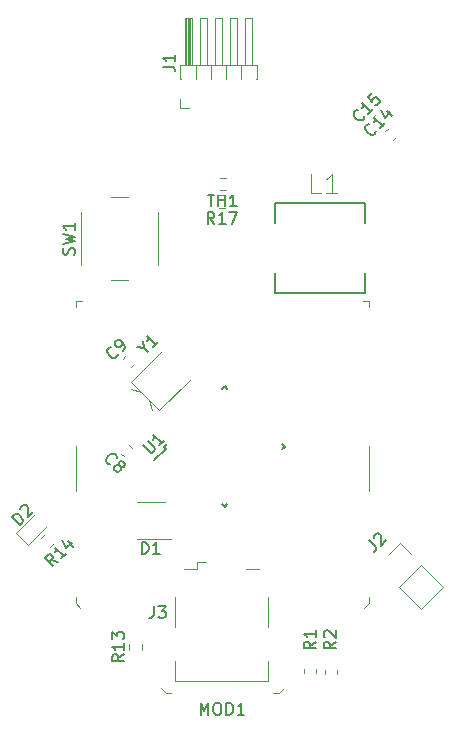
<source format=gto>
%TF.GenerationSoftware,KiCad,Pcbnew,5.1.7*%
%TF.CreationDate,2020-10-05T22:02:55-05:00*%
%TF.ProjectId,ARC-Boat0,4152432d-426f-4617-9430-2e6b69636164,rev?*%
%TF.SameCoordinates,Original*%
%TF.FileFunction,Legend,Top*%
%TF.FilePolarity,Positive*%
%FSLAX46Y46*%
G04 Gerber Fmt 4.6, Leading zero omitted, Abs format (unit mm)*
G04 Created by KiCad (PCBNEW 5.1.7) date 2020-10-05 22:02:55*
%MOMM*%
%LPD*%
G01*
G04 APERTURE LIST*
%ADD10C,0.150000*%
%ADD11C,0.120000*%
%ADD12C,0.152400*%
%ADD13C,0.100000*%
%ADD14C,0.015000*%
G04 APERTURE END LIST*
D10*
%TO.C,U1*%
X117623476Y-71250000D02*
X117782575Y-71409099D01*
X122750000Y-66123476D02*
X122979810Y-66353286D01*
X127876524Y-71250000D02*
X127646714Y-71020190D01*
X122750000Y-76376524D02*
X122520190Y-76146714D01*
X117623476Y-71250000D02*
X117853286Y-71020190D01*
X122750000Y-76376524D02*
X122979810Y-76146714D01*
X127876524Y-71250000D02*
X127646714Y-71479810D01*
X122750000Y-66123476D02*
X122520190Y-66353286D01*
X117782575Y-71409099D02*
X116774948Y-72416726D01*
D11*
%TO.C,SW1*%
X114600000Y-50150000D02*
X113100000Y-50150000D01*
X110600000Y-51400000D02*
X110600000Y-55900000D01*
X113100000Y-57150000D02*
X114600000Y-57150000D01*
X117100000Y-55900000D02*
X117100000Y-51400000D01*
%TO.C,R14*%
X107573303Y-78662770D02*
X107237770Y-78998303D01*
X108312230Y-79401697D02*
X107976697Y-79737230D01*
%TO.C,Y1*%
X119833452Y-65570711D02*
X117217157Y-68187006D01*
X117217157Y-68187006D02*
X114812994Y-65782843D01*
X114812994Y-65782843D02*
X117429289Y-63166548D01*
X116368629Y-67338478D02*
X116630259Y-68165793D01*
X116630259Y-68165793D02*
X116630259Y-68165793D01*
X115661522Y-66631371D02*
X114834207Y-66369741D01*
X114834207Y-66369741D02*
X114834207Y-66369741D01*
%TO.C,TH1*%
X122837258Y-49547500D02*
X122362742Y-49547500D01*
X122837258Y-48502500D02*
X122362742Y-48502500D01*
%TO.C,R17*%
X122762258Y-51022500D02*
X122287742Y-51022500D01*
X122762258Y-49977500D02*
X122287742Y-49977500D01*
%TO.C,R13*%
X114677500Y-88437258D02*
X114677500Y-87962742D01*
X115722500Y-88437258D02*
X115722500Y-87962742D01*
%TO.C,D2*%
X106695962Y-76964591D02*
X105080223Y-78580330D01*
X105080223Y-78580330D02*
X106119670Y-79619777D01*
X106119670Y-79619777D02*
X107735409Y-78004038D01*
%TO.C,D1*%
X117700000Y-75950000D02*
X115300000Y-75950000D01*
X115300000Y-79050000D02*
X118250000Y-79050000D01*
D12*
%TO.C,L1*%
X134610000Y-52342200D02*
X134610000Y-50615000D01*
X126990000Y-56507800D02*
X126990000Y-58235000D01*
X126990000Y-58235000D02*
X134610000Y-58235000D01*
X134610000Y-58235000D02*
X134610000Y-56507800D01*
X134610000Y-50615000D02*
X126990000Y-50615000D01*
X126990000Y-50615000D02*
X126990000Y-52342200D01*
D11*
%TO.C,R2*%
X131240000Y-90462779D02*
X131240000Y-90137221D01*
X132260000Y-90462779D02*
X132260000Y-90137221D01*
%TO.C,R1*%
X129440000Y-90412779D02*
X129440000Y-90087221D01*
X130460000Y-90412779D02*
X130460000Y-90087221D01*
%TO.C,J2*%
X137532574Y-83138478D02*
X139413478Y-81257574D01*
X137532574Y-83138478D02*
X139371051Y-84976955D01*
X139371051Y-84976955D02*
X141251955Y-83096051D01*
X139413478Y-81257574D02*
X141251955Y-83096051D01*
X137575000Y-79419096D02*
X138515452Y-80359548D01*
X136634548Y-80359548D02*
X137575000Y-79419096D01*
%TO.C,C15*%
X135324273Y-43354478D02*
X135554478Y-43124273D01*
X136045522Y-44075727D02*
X136275727Y-43845522D01*
%TO.C,C14*%
X136324273Y-44554478D02*
X136554478Y-44324273D01*
X137045522Y-45275727D02*
X137275727Y-45045522D01*
%TO.C,C9*%
X114124273Y-63804478D02*
X114354478Y-63574273D01*
X114845522Y-64525727D02*
X115075727Y-64295522D01*
%TO.C,C8*%
X114204478Y-72075727D02*
X113974273Y-71845522D01*
X114925727Y-71354478D02*
X114695522Y-71124273D01*
D13*
%TO.C,MOD1*%
X110150000Y-58900000D02*
X110650000Y-58900000D01*
X110150000Y-58900000D02*
X110150000Y-59400000D01*
X134950000Y-58900000D02*
X134450000Y-58900000D01*
X134950000Y-58900000D02*
X134950000Y-59400000D01*
X134950000Y-84500000D02*
X134950000Y-84000000D01*
X134950000Y-84500000D02*
X134550000Y-84900000D01*
X110150000Y-84500000D02*
X110550000Y-84900000D01*
X110150000Y-84500000D02*
X110150000Y-84000000D01*
X127350000Y-92100000D02*
X127750000Y-91700000D01*
X127350000Y-92100000D02*
X126850000Y-92100000D01*
X117750000Y-92100000D02*
X118250000Y-92100000D01*
X117750000Y-92100000D02*
X117350000Y-91700000D01*
X134950000Y-75000000D02*
X134950000Y-71200000D01*
X110150000Y-75000000D02*
X110150000Y-71200000D01*
D11*
%TO.C,J3*%
X126460000Y-91100000D02*
X126460000Y-89440000D01*
X118540000Y-91100000D02*
X126460000Y-91100000D01*
X118540000Y-89440000D02*
X118540000Y-91100000D01*
X124550000Y-81630000D02*
X125700000Y-81630000D01*
X120450000Y-81040000D02*
X121150000Y-81040000D01*
X120450000Y-81630000D02*
X120450000Y-81040000D01*
X119300000Y-81630000D02*
X120450000Y-81630000D01*
X126460000Y-83940000D02*
X126460000Y-86540000D01*
X118540000Y-86540000D02*
X118540000Y-83940000D01*
%TO.C,J1*%
X119080323Y-40090000D02*
X119005000Y-40090000D01*
X119005000Y-40090000D02*
X119005000Y-38970000D01*
X119005000Y-38970000D02*
X125475000Y-38970000D01*
X125475000Y-38970000D02*
X125475000Y-40090000D01*
X125475000Y-40090000D02*
X125399677Y-40090000D01*
X119440000Y-38970000D02*
X119440000Y-34970000D01*
X119440000Y-34970000D02*
X119960000Y-34970000D01*
X119960000Y-34970000D02*
X119960000Y-38970000D01*
X119500000Y-38970000D02*
X119500000Y-34970000D01*
X119620000Y-38970000D02*
X119620000Y-34970000D01*
X119740000Y-38970000D02*
X119740000Y-34970000D01*
X119860000Y-38970000D02*
X119860000Y-34970000D01*
X120335000Y-40090000D02*
X120335000Y-38970000D01*
X120319677Y-40090000D02*
X120350323Y-40090000D01*
X120710000Y-38970000D02*
X120710000Y-34970000D01*
X120710000Y-34970000D02*
X121230000Y-34970000D01*
X121230000Y-34970000D02*
X121230000Y-38970000D01*
X121605000Y-40090000D02*
X121605000Y-38970000D01*
X121589677Y-40090000D02*
X121620323Y-40090000D01*
X121980000Y-38970000D02*
X121980000Y-34970000D01*
X121980000Y-34970000D02*
X122500000Y-34970000D01*
X122500000Y-34970000D02*
X122500000Y-38970000D01*
X122875000Y-40090000D02*
X122875000Y-38970000D01*
X122859677Y-40090000D02*
X122890323Y-40090000D01*
X123250000Y-38970000D02*
X123250000Y-34970000D01*
X123250000Y-34970000D02*
X123770000Y-34970000D01*
X123770000Y-34970000D02*
X123770000Y-38970000D01*
X124145000Y-40090000D02*
X124145000Y-38970000D01*
X124129677Y-40090000D02*
X124160323Y-40090000D01*
X124520000Y-38970000D02*
X124520000Y-34970000D01*
X124520000Y-34970000D02*
X125040000Y-34970000D01*
X125040000Y-34970000D02*
X125040000Y-38970000D01*
X119700000Y-42560000D02*
X118940000Y-42560000D01*
X118940000Y-42560000D02*
X118940000Y-41800000D01*
%TD*%
%TO.C,U1*%
D10*
X115824026Y-71151522D02*
X116396446Y-71723942D01*
X116497461Y-71757614D01*
X116564805Y-71757614D01*
X116665820Y-71723942D01*
X116800507Y-71589255D01*
X116834179Y-71488240D01*
X116834179Y-71420896D01*
X116800507Y-71319881D01*
X116228087Y-70747461D01*
X117642301Y-70747461D02*
X117238240Y-71151522D01*
X117440270Y-70949492D02*
X116733164Y-70242385D01*
X116766835Y-70410744D01*
X116766835Y-70545431D01*
X116733164Y-70646446D01*
%TO.C,SW1*%
X110004761Y-54983333D02*
X110052380Y-54840476D01*
X110052380Y-54602380D01*
X110004761Y-54507142D01*
X109957142Y-54459523D01*
X109861904Y-54411904D01*
X109766666Y-54411904D01*
X109671428Y-54459523D01*
X109623809Y-54507142D01*
X109576190Y-54602380D01*
X109528571Y-54792857D01*
X109480952Y-54888095D01*
X109433333Y-54935714D01*
X109338095Y-54983333D01*
X109242857Y-54983333D01*
X109147619Y-54935714D01*
X109100000Y-54888095D01*
X109052380Y-54792857D01*
X109052380Y-54554761D01*
X109100000Y-54411904D01*
X109052380Y-54078571D02*
X110052380Y-53840476D01*
X109338095Y-53650000D01*
X110052380Y-53459523D01*
X109052380Y-53221428D01*
X110052380Y-52316666D02*
X110052380Y-52888095D01*
X110052380Y-52602380D02*
X109052380Y-52602380D01*
X109195238Y-52697619D01*
X109290476Y-52792857D01*
X109338095Y-52888095D01*
%TO.C,R14*%
X108651475Y-80985613D02*
X108079056Y-80884598D01*
X108247414Y-81389674D02*
X107540308Y-80682567D01*
X107809682Y-80413193D01*
X107910697Y-80379521D01*
X107978040Y-80379521D01*
X108079056Y-80413193D01*
X108180071Y-80514208D01*
X108213743Y-80615224D01*
X108213743Y-80682567D01*
X108180071Y-80783582D01*
X107910697Y-81052956D01*
X109324911Y-80312178D02*
X108920850Y-80716239D01*
X109122880Y-80514208D02*
X108415773Y-79807101D01*
X108449445Y-79975460D01*
X108449445Y-80110147D01*
X108415773Y-80211163D01*
X109459598Y-79234682D02*
X109931002Y-79706086D01*
X109021865Y-79133666D02*
X109358582Y-79807101D01*
X109796315Y-79369369D01*
%TO.C,Y1*%
X115946446Y-62919881D02*
X116283164Y-63256599D01*
X115340355Y-62785194D02*
X115946446Y-62919881D01*
X115811759Y-62313790D01*
X117124957Y-62414805D02*
X116720896Y-62818866D01*
X116922927Y-62616835D02*
X116215820Y-61909729D01*
X116249492Y-62078087D01*
X116249492Y-62212774D01*
X116215820Y-62313790D01*
%TO.C,TH1*%
X121314285Y-49907380D02*
X121885714Y-49907380D01*
X121600000Y-50907380D02*
X121600000Y-49907380D01*
X122219047Y-50907380D02*
X122219047Y-49907380D01*
X122219047Y-50383571D02*
X122790476Y-50383571D01*
X122790476Y-50907380D02*
X122790476Y-49907380D01*
X123790476Y-50907380D02*
X123219047Y-50907380D01*
X123504761Y-50907380D02*
X123504761Y-49907380D01*
X123409523Y-50050238D01*
X123314285Y-50145476D01*
X123219047Y-50193095D01*
%TO.C,R17*%
X121882142Y-52382380D02*
X121548809Y-51906190D01*
X121310714Y-52382380D02*
X121310714Y-51382380D01*
X121691666Y-51382380D01*
X121786904Y-51430000D01*
X121834523Y-51477619D01*
X121882142Y-51572857D01*
X121882142Y-51715714D01*
X121834523Y-51810952D01*
X121786904Y-51858571D01*
X121691666Y-51906190D01*
X121310714Y-51906190D01*
X122834523Y-52382380D02*
X122263095Y-52382380D01*
X122548809Y-52382380D02*
X122548809Y-51382380D01*
X122453571Y-51525238D01*
X122358333Y-51620476D01*
X122263095Y-51668095D01*
X123167857Y-51382380D02*
X123834523Y-51382380D01*
X123405952Y-52382380D01*
%TO.C,R13*%
X114222380Y-88842857D02*
X113746190Y-89176190D01*
X114222380Y-89414285D02*
X113222380Y-89414285D01*
X113222380Y-89033333D01*
X113270000Y-88938095D01*
X113317619Y-88890476D01*
X113412857Y-88842857D01*
X113555714Y-88842857D01*
X113650952Y-88890476D01*
X113698571Y-88938095D01*
X113746190Y-89033333D01*
X113746190Y-89414285D01*
X114222380Y-87890476D02*
X114222380Y-88461904D01*
X114222380Y-88176190D02*
X113222380Y-88176190D01*
X113365238Y-88271428D01*
X113460476Y-88366666D01*
X113508095Y-88461904D01*
X113222380Y-87557142D02*
X113222380Y-86938095D01*
X113603333Y-87271428D01*
X113603333Y-87128571D01*
X113650952Y-87033333D01*
X113698571Y-86985714D01*
X113793809Y-86938095D01*
X114031904Y-86938095D01*
X114127142Y-86985714D01*
X114174761Y-87033333D01*
X114222380Y-87128571D01*
X114222380Y-87414285D01*
X114174761Y-87509523D01*
X114127142Y-87557142D01*
%TO.C,D2*%
X105436806Y-77880630D02*
X104729699Y-77173524D01*
X104898058Y-77005165D01*
X105032745Y-76937821D01*
X105167432Y-76937821D01*
X105268447Y-76971493D01*
X105436806Y-77072508D01*
X105537821Y-77173524D01*
X105638837Y-77341882D01*
X105672508Y-77442898D01*
X105672508Y-77577585D01*
X105605165Y-77712272D01*
X105436806Y-77880630D01*
X105470478Y-76567432D02*
X105470478Y-76500088D01*
X105504149Y-76399073D01*
X105672508Y-76230714D01*
X105773524Y-76197043D01*
X105840867Y-76197043D01*
X105941882Y-76230714D01*
X106009226Y-76298058D01*
X106076569Y-76432745D01*
X106076569Y-77240867D01*
X106514302Y-76803134D01*
%TO.C,D1*%
X115741904Y-80332380D02*
X115741904Y-79332380D01*
X115980000Y-79332380D01*
X116122857Y-79380000D01*
X116218095Y-79475238D01*
X116265714Y-79570476D01*
X116313333Y-79760952D01*
X116313333Y-79903809D01*
X116265714Y-80094285D01*
X116218095Y-80189523D01*
X116122857Y-80284761D01*
X115980000Y-80332380D01*
X115741904Y-80332380D01*
X117265714Y-80332380D02*
X116694285Y-80332380D01*
X116980000Y-80332380D02*
X116980000Y-79332380D01*
X116884761Y-79475238D01*
X116789523Y-79570476D01*
X116694285Y-79618095D01*
%TO.C,L1*%
D14*
X130882403Y-49774322D02*
X130100142Y-49774322D01*
X130100142Y-48131574D01*
X132290473Y-49774322D02*
X131351760Y-49774322D01*
X131821116Y-49774322D02*
X131821116Y-48131574D01*
X131664664Y-48366253D01*
X131508212Y-48522705D01*
X131351760Y-48600931D01*
%TO.C,R2*%
D10*
X132152380Y-87766666D02*
X131676190Y-88100000D01*
X132152380Y-88338095D02*
X131152380Y-88338095D01*
X131152380Y-87957142D01*
X131200000Y-87861904D01*
X131247619Y-87814285D01*
X131342857Y-87766666D01*
X131485714Y-87766666D01*
X131580952Y-87814285D01*
X131628571Y-87861904D01*
X131676190Y-87957142D01*
X131676190Y-88338095D01*
X131247619Y-87385714D02*
X131200000Y-87338095D01*
X131152380Y-87242857D01*
X131152380Y-87004761D01*
X131200000Y-86909523D01*
X131247619Y-86861904D01*
X131342857Y-86814285D01*
X131438095Y-86814285D01*
X131580952Y-86861904D01*
X132152380Y-87433333D01*
X132152380Y-86814285D01*
%TO.C,R1*%
X130452380Y-87766666D02*
X129976190Y-88100000D01*
X130452380Y-88338095D02*
X129452380Y-88338095D01*
X129452380Y-87957142D01*
X129500000Y-87861904D01*
X129547619Y-87814285D01*
X129642857Y-87766666D01*
X129785714Y-87766666D01*
X129880952Y-87814285D01*
X129928571Y-87861904D01*
X129976190Y-87957142D01*
X129976190Y-88338095D01*
X130452380Y-86814285D02*
X130452380Y-87385714D01*
X130452380Y-87100000D02*
X129452380Y-87100000D01*
X129595238Y-87195238D01*
X129690476Y-87290476D01*
X129738095Y-87385714D01*
%TO.C,J2*%
X134993386Y-79189791D02*
X135498462Y-79694867D01*
X135565806Y-79829554D01*
X135565806Y-79964241D01*
X135498462Y-80098928D01*
X135431119Y-80166271D01*
X135363775Y-78954088D02*
X135363775Y-78886745D01*
X135397447Y-78785730D01*
X135565806Y-78617371D01*
X135666821Y-78583699D01*
X135734165Y-78583699D01*
X135835180Y-78617371D01*
X135902523Y-78684714D01*
X135969867Y-78819401D01*
X135969867Y-79627523D01*
X136407600Y-79189791D01*
%TO.C,C15*%
X134586806Y-43295943D02*
X134586806Y-43363287D01*
X134519462Y-43497974D01*
X134452119Y-43565317D01*
X134317432Y-43632661D01*
X134182745Y-43632661D01*
X134081730Y-43598989D01*
X133913371Y-43497974D01*
X133812356Y-43396959D01*
X133711340Y-43228600D01*
X133677669Y-43127585D01*
X133677669Y-42992898D01*
X133745012Y-42858211D01*
X133812356Y-42790867D01*
X133947043Y-42723524D01*
X134014386Y-42723524D01*
X135327585Y-42689852D02*
X134923524Y-43093913D01*
X135125554Y-42891882D02*
X134418447Y-42184775D01*
X134452119Y-42353134D01*
X134452119Y-42487821D01*
X134418447Y-42588837D01*
X135260241Y-41342982D02*
X134923524Y-41679699D01*
X135226569Y-42050088D01*
X135226569Y-41982745D01*
X135260241Y-41881730D01*
X135428600Y-41713371D01*
X135529615Y-41679699D01*
X135596959Y-41679699D01*
X135697974Y-41713371D01*
X135866333Y-41881730D01*
X135900004Y-41982745D01*
X135900004Y-42050088D01*
X135866333Y-42151104D01*
X135697974Y-42319462D01*
X135596959Y-42353134D01*
X135529615Y-42353134D01*
%TO.C,C14*%
X135586806Y-44495943D02*
X135586806Y-44563287D01*
X135519462Y-44697974D01*
X135452119Y-44765317D01*
X135317432Y-44832661D01*
X135182745Y-44832661D01*
X135081730Y-44798989D01*
X134913371Y-44697974D01*
X134812356Y-44596959D01*
X134711340Y-44428600D01*
X134677669Y-44327585D01*
X134677669Y-44192898D01*
X134745012Y-44058211D01*
X134812356Y-43990867D01*
X134947043Y-43923524D01*
X135014386Y-43923524D01*
X136327585Y-43889852D02*
X135923524Y-44293913D01*
X136125554Y-44091882D02*
X135418447Y-43384775D01*
X135452119Y-43553134D01*
X135452119Y-43687821D01*
X135418447Y-43788837D01*
X136462272Y-42812356D02*
X136933676Y-43283760D01*
X136024539Y-42711340D02*
X136361256Y-43384775D01*
X136798989Y-42947043D01*
%TO.C,C9*%
X113723524Y-63409226D02*
X113723524Y-63476569D01*
X113656180Y-63611256D01*
X113588837Y-63678600D01*
X113454149Y-63745943D01*
X113319462Y-63745943D01*
X113218447Y-63712272D01*
X113050088Y-63611256D01*
X112949073Y-63510241D01*
X112848058Y-63341882D01*
X112814386Y-63240867D01*
X112814386Y-63106180D01*
X112881730Y-62971493D01*
X112949073Y-62904149D01*
X113083760Y-62836806D01*
X113151104Y-62836806D01*
X114127585Y-63139852D02*
X114262272Y-63005165D01*
X114295943Y-62904149D01*
X114295943Y-62836806D01*
X114262272Y-62668447D01*
X114161256Y-62500088D01*
X113891882Y-62230714D01*
X113790867Y-62197043D01*
X113723524Y-62197043D01*
X113622508Y-62230714D01*
X113487821Y-62365401D01*
X113454149Y-62466417D01*
X113454149Y-62533760D01*
X113487821Y-62634775D01*
X113656180Y-62803134D01*
X113757195Y-62836806D01*
X113824539Y-62836806D01*
X113925554Y-62803134D01*
X114060241Y-62668447D01*
X114093913Y-62567432D01*
X114093913Y-62500088D01*
X114060241Y-62399073D01*
%TO.C,C8*%
X113068447Y-72745850D02*
X113001104Y-72745850D01*
X112866417Y-72678506D01*
X112799073Y-72611163D01*
X112731730Y-72476475D01*
X112731730Y-72341788D01*
X112765401Y-72240773D01*
X112866417Y-72072414D01*
X112967432Y-71971399D01*
X113135791Y-71870384D01*
X113236806Y-71836712D01*
X113371493Y-71836712D01*
X113506180Y-71904056D01*
X113573524Y-71971399D01*
X113640867Y-72106086D01*
X113640867Y-72173430D01*
X113809226Y-72813193D02*
X113775554Y-72712178D01*
X113775554Y-72644834D01*
X113809226Y-72543819D01*
X113842898Y-72510147D01*
X113943913Y-72476475D01*
X114011256Y-72476475D01*
X114112272Y-72510147D01*
X114246959Y-72644834D01*
X114280630Y-72745850D01*
X114280630Y-72813193D01*
X114246959Y-72914208D01*
X114213287Y-72947880D01*
X114112272Y-72981552D01*
X114044928Y-72981552D01*
X113943913Y-72947880D01*
X113809226Y-72813193D01*
X113708211Y-72779521D01*
X113640867Y-72779521D01*
X113539852Y-72813193D01*
X113405165Y-72947880D01*
X113371493Y-73048895D01*
X113371493Y-73116239D01*
X113405165Y-73217254D01*
X113539852Y-73351941D01*
X113640867Y-73385613D01*
X113708211Y-73385613D01*
X113809226Y-73351941D01*
X113943913Y-73217254D01*
X113977585Y-73116239D01*
X113977585Y-73048895D01*
X113943913Y-72947880D01*
%TO.C,MOD1*%
X120716666Y-93942380D02*
X120716666Y-92942380D01*
X121050000Y-93656666D01*
X121383333Y-92942380D01*
X121383333Y-93942380D01*
X122050000Y-92942380D02*
X122240476Y-92942380D01*
X122335714Y-92990000D01*
X122430952Y-93085238D01*
X122478571Y-93275714D01*
X122478571Y-93609047D01*
X122430952Y-93799523D01*
X122335714Y-93894761D01*
X122240476Y-93942380D01*
X122050000Y-93942380D01*
X121954761Y-93894761D01*
X121859523Y-93799523D01*
X121811904Y-93609047D01*
X121811904Y-93275714D01*
X121859523Y-93085238D01*
X121954761Y-92990000D01*
X122050000Y-92942380D01*
X122907142Y-93942380D02*
X122907142Y-92942380D01*
X123145238Y-92942380D01*
X123288095Y-92990000D01*
X123383333Y-93085238D01*
X123430952Y-93180476D01*
X123478571Y-93370952D01*
X123478571Y-93513809D01*
X123430952Y-93704285D01*
X123383333Y-93799523D01*
X123288095Y-93894761D01*
X123145238Y-93942380D01*
X122907142Y-93942380D01*
X124430952Y-93942380D02*
X123859523Y-93942380D01*
X124145238Y-93942380D02*
X124145238Y-92942380D01*
X124050000Y-93085238D01*
X123954761Y-93180476D01*
X123859523Y-93228095D01*
%TO.C,J3*%
X116766666Y-84752380D02*
X116766666Y-85466666D01*
X116719047Y-85609523D01*
X116623809Y-85704761D01*
X116480952Y-85752380D01*
X116385714Y-85752380D01*
X117147619Y-84752380D02*
X117766666Y-84752380D01*
X117433333Y-85133333D01*
X117576190Y-85133333D01*
X117671428Y-85180952D01*
X117719047Y-85228571D01*
X117766666Y-85323809D01*
X117766666Y-85561904D01*
X117719047Y-85657142D01*
X117671428Y-85704761D01*
X117576190Y-85752380D01*
X117290476Y-85752380D01*
X117195238Y-85704761D01*
X117147619Y-85657142D01*
%TO.C,J1*%
X117517380Y-39065833D02*
X118231666Y-39065833D01*
X118374523Y-39113452D01*
X118469761Y-39208690D01*
X118517380Y-39351547D01*
X118517380Y-39446785D01*
X118517380Y-38065833D02*
X118517380Y-38637261D01*
X118517380Y-38351547D02*
X117517380Y-38351547D01*
X117660238Y-38446785D01*
X117755476Y-38542023D01*
X117803095Y-38637261D01*
%TD*%
M02*

</source>
